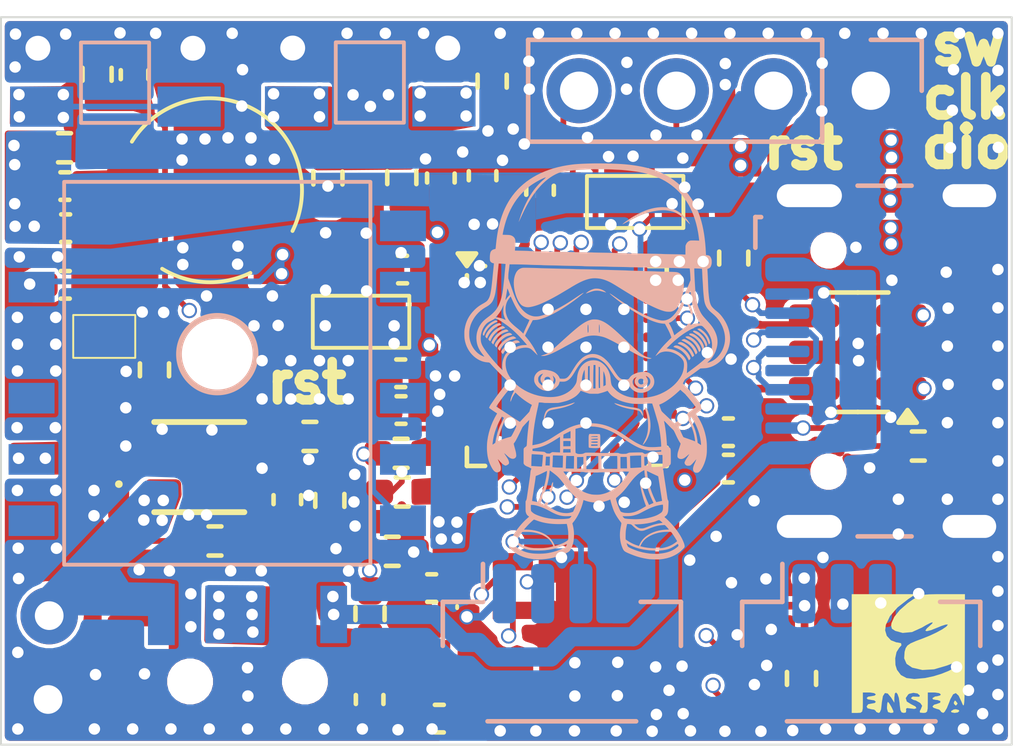
<source format=kicad_pcb>
(kicad_pcb (version 20240108) (generator "pcbnew") (generator_version "8.0")
  (layers (0 "F.Cu" signal) (1 "In1.Cu" signal) (2 "In2.Cu" signal) (31 "B.Cu" signal) (34 "B.Paste" user) (35 "F.Paste" user) (36 "B.SilkS" user "B.Silkscreen") (37 "F.SilkS" user "F.Silkscreen") (38 "B.Mask" user) (39 "F.Mask" user) (44 "Edge.Cuts" user))
  (net 0 "")
  (net 1 "Net-(C1-Pad2)")
  (net 2 "+3.3V")
  (net 3 "Net-(U1-NRST)")
  (net 4 "GNDGPS")
  (net 5 "Net-(BT1-+)")
  (net 6 "Net-(D1-K)")
  (net 7 "Net-(D1-A)")
  (net 8 "COMPASSCL")
  (net 9 "COMPASSDA")
  (net 10 "Net-(J1-CC2)")
  (net 11 "Net-(J1-CC1)")
  (net 12 "OLED_SCL")
  (net 13 "OLED_SDA")
  (net 16 "Net-(PA1010D1-TX)")
  (net 19 "Net-(PA1010D1-RX)")
  (net 21 "ALIMGPS")
  (net 22 "Net-(U2-PROG)")
  (net 23 "GPSRX")
  (net 24 "GPSTX")
  (net 25 "B2")
  (net 26 "B1")
  (net 27 "vusb")
  (net 28 "SWDIO")
  (net 29 "SWO")
  (net 30 "SWCLK")
  (net 31 "D+")
  (net 32 "OSC32_OUT")
  (net 33 "D-")
  (net 35 "SPI_CS")
  (net 36 "SPI_MISO")
  (net 37 "USART_RX")
  (net 38 "OSC32_IN")
  (net 39 "vbat")
  (net 40 "Net-(U1-PA4)")
  (net 41 "GND")
  (net 42 "BAT+")
  (net 43 "SPI_SCK")
  (net 47 "Net-(R10-Pad1)")
  (net 48 "Net-(R11-Pad1)")
  (net 49 "Net-(J1-D--PadA7)")
  (net 50 "Net-(J1-D+-PadA6)")
  (net 51 "Net-(U1-PH3)")
  (net 52 "SPI_MOSi")
  (net 53 "USART_TX")
  (footprint "LDLN025PU33R:LDLN025PU33R" (layer "F.Cu") (at 192.075 80.535 -90)
    (property "Reference" "U3" (hide yes))
    (property "Value" "LDLN022PU33R" (hide yes))
  )
  (footprint "Capacitor_SMD:C_0402_1005Metric_Pad0.74x0.62mm_HandSolder" (layer "F.Cu") (at 190.98 82.87 -90)
    (property "Reference" "C14" (hide yes))
    (property "Value" "1u" (hide yes))
  )
  (footprint "Resistor_SMD:R_0402_1005Metric_Pad0.72x0.64mm_HandSolder" (layer "F.Cu") (at 189.42 76 180)
    (property "Reference" "R1" (hide yes))
    (property "Value" "20k" (hide yes))
  )
  (footprint "Package_DFN_QFN:QFN-32-1EP_5x5mm_P0.5mm_EP3.45x3.45mm" (layer "F.Cu") (at 196.13 74.16)
    (property "Reference" "U1" (hide yes))
    (property "Value" "STM32L432KCUx" (hide yes))
  )
  (footprint "TestPoint:TestPoint_THTPad_D1.0mm_Drill0.5mm" (layer "F.Cu") (at 182.61 80.68)
    (property "Reference" "TP5" (hide yes))
    (property "Value" "bat+" (hide yes))
  )
  (footprint "Capacitor_SMD:C_0402_1005Metric_Pad0.74x0.62mm_HandSolder" (layer "F.Cu") (at 200.35 75.89 180)
    (property "Reference" "C3" (hide yes))
    (property "Value" "100n" (hide yes))
  )
  (footprint "Capacitor_SMD:C_0402_1005Metric_Pad0.74x0.62mm_HandSolder" (layer "F.Cu") (at 192.8 83.37 180)
    (property "Reference" "C13" (hide yes))
    (property "Value" "100n" (hide yes))
  )
  (footprint "Resistor_SMD:R_0402_1005Metric_Pad0.72x0.64mm_HandSolder" (layer "F.Cu") (at 205.31 76.25)
    (property "Reference" "R4" (hide yes))
    (property "Value" "5.1k" (hide yes))
  )
  (footprint "Resistor_SMD:R_0402_1005Metric_Pad0.72x0.64mm_HandSolder" (layer "F.Cu") (at 194.18 66.72 90)
    (property "Reference" "R15" (hide yes))
    (property "Value" "10k" (hide yes))
  )
  (footprint "Resistor_SMD:R_0402_1005Metric_Pad0.72x0.64mm_HandSolder" (layer "F.Cu") (at 191.8325 77.45 180)
    (property "Reference" "R7" (hide yes))
    (property "Value" "470R" (hide yes))
  )
  (footprint "Capacitor_SMD:C_0402_1005Metric_Pad0.74x0.62mm_HandSolder" (layer "F.Cu") (at 192.6 79.96 180)
    (property "Reference" "C15" (hide yes))
    (property "Value" "1u" (hide yes))
  )
  (footprint "Package_TO_SOT_SMD:SOT-23-6" (layer "F.Cu") (at 203.73 73.8 180)
    (property "Reference" "U4" (hide yes))
    (property "Value" "USBLC6-2SC6" (hide yes))
  )
  (footprint "Resistor_SMD:R_0402_1005Metric_Pad0.72x0.64mm_HandSolder" (layer "F.Cu") (at 202.26 82.32 90)
    (property "Reference" "R8" (hide yes))
    (property "Value" "10k" (hide yes))
  )
  (footprint "Resistor_SMD:R_0402_1005Metric_Pad0.72x0.64mm_HandSolder" (layer "F.Cu") (at 191.57 79)
    (property "Reference" "R9" (hide yes))
    (property "Value" "50k" (hide yes))
  )
  (footprint "LED_SMD:LED_0201_0603Metric_Pad0.64x0.40mm_HandSolder" (layer "F.Cu") (at 184.43 78.28 -90)
    (property "Reference" "D1" (hide yes))
    (property "Value" "~" (hide yes))
  )
  (footprint "Capacitor_SMD:C_0402_1005Metric_Pad0.74x0.62mm_HandSolder" (layer "F.Cu") (at 188.83 77.65 90)
    (property "Reference" "C1" (hide yes))
    (property "Value" "1u" (hide yes))
  )
  (footprint "Resistor_SMD:R_0402_1005Metric_Pad0.72x0.64mm_HandSolder" (layer "F.Cu") (at 191.8025 76.44)
    (property "Reference" "R6" (hide yes))
    (property "Value" "470R" (hide yes))
  )
  (footprint "Capacitor_SMD:C_0402_1005Metric_Pad0.74x0.62mm_HandSolder" (layer "F.Cu") (at 192.84 69.25 90)
    (property "Reference" "C16" (hide yes))
    (property "Value" "10n" (hide yes))
  )
  (footprint "Resistor_SMD:R_0402_1005Metric_Pad0.72x0.64mm_HandSolder" (layer "F.Cu") (at 190.99 80.63 90)
    (property "Reference" "R16" (hide yes))
    (property "Value" "50k" (hide yes))
  )
  (footprint "KXT3:SW_KXT3" (layer "F.Cu") (at 196.015 70.605)
    (property "Reference" "SW7" (hide yes))
    (property "Value" "boot")
  )
  (footprint "Capacitor_SMD:C_0402_1005Metric_Pad0.74x0.62mm_HandSolder" (layer "F.Cu") (at 183.04 70.56)
    (property "Reference" "C9" (hide yes))
    (property "Value" "0.1u" (hide yes))
  )
  (footprint "Capacitor_SMD:C_0402_1005Metric_Pad0.74x0.62mm_HandSolder" (layer "F.Cu") (at 183.03 72.04)
    (property "Reference" "C10" (hide yes))
    (property "Value" "1u" (hide yes))
  )
  (footprint "Resistor_SMD:R_0402_1005Metric_Pad0.72x0.64mm_HandSolder" (layer "F.Cu") (at 200.49 71.34 90)
    (property "Reference" "R5" (hide yes))
    (property "Value" "5.1k" (hide yes))
  )
  (footprint "logo:logo ensea" (layer "F.Cu") (at 205.074236 81.621527)
    (property "Reference" "G***" (hide yes))
    (property "Value" "LOGO" (hide yes))
  )
  (footprint "LTC4065:DFN-6_DC_LIT" (layer "F.Cu") (at 186.53 76.8)
    (property "Reference" "U2" (hide yes))
    (property "Value" "LTC4065AEDC" (hide yes))
  )
  (footprint "Resistor_SMD:R_0402_1005Metric_Pad0.72x0.64mm_HandSolder" (layer "F.Cu") (at 183.01 68.46)
    (property "Reference" "R13" (hide yes))
    (property "Value" "10k" (hide yes))
  )
  (footprint "Resistor_SMD:R_0402_1005Metric_Pad0.72x0.64mm_HandSolder" (layer "F.Cu") (at 183.86 66.54 -90)
    (property "Reference" "R10" (hide yes))
    (property "Value" "10k" (hide yes))
  )
  (footprint "Resistor_SMD:R_0402_1005Metric_Pad0.72x0.64mm_HandSolder" (layer "F.Cu") (at 189.94 77.67 -90)
    (property "Reference" "R2" (hide yes))
    (property "Value" "1R" (hide yes))
  )
  (footprint "TestPoint:TestPoint_THTPad_D1.0mm_Drill0.5mm" (layer "F.Cu") (at 182.58 82.87)
    (property "Reference" "TP1" (hide yes))
    (property "Value" "bat-" (hide yes))
  )
  (footprint "Resistor_SMD:R_0402_1005Metric_Pad0.72x0.64mm_HandSolder" (layer "F.Cu") (at 186.94 78.73 180)
    (property "Reference" "R3" (hide yes))
    (property "Value" "510R" (hide yes))
  )
  (footprint "winbond:SON127P600X500X80-9N-D" (layer "F.Cu") (at 197.57 81.1775 180)
    (property "Reference" "IC1" (hide yes))
    (property "Value" "W25Q128JVPIQ_TR" (hide yes))
  )
  (footprint "MS414:MS421R-IV03E" (layer "F.Cu") (at 184.41 68.47 -90)
    (property "Reference" "BT1" (hide yes))
    (property "Value" "ML414S" (hide yes))
  )
  (footprint "Resistor_SMD:R_0402_1005Metric_Pad0.72x0.64mm_HandSolder" (layer "F.Cu") (at 191.82 69.24 -90)
    (property "Reference" "R11" (hide yes))
    (property "Value" "10k" (hide yes))
  )
  (footprint "Capacitor_SMD:C_0402_1005Metric_Pad0.74x0.62mm_HandSolder" (layer "F.Cu") (at 200.35 76.84 180)
    (property "Reference" "C4" (hide yes))
    (property "Value" "4.7u" (hide yes))
  )
  (footprint "Resistor_SMD:R_0402_1005Metric_Pad0.72x0.64mm_HandSolder" (layer "F.Cu") (at 185.36 74.26 -90)
    (property "Reference" "R14" (hide yes))
    (property "Value" "470k" (hide yes))
  )
  (footprint "Resistor_SMD:R_0402_1005Metric_Pad0.72x0.64mm_HandSolder" (layer "F.Cu") (at 189.89 69.25 90)
    (property "Reference" "R12" (hide yes))
    (property "Value" "10k" (hide yes))
  )
  (footprint "Capacitor_SMD:C_0402_1005Metric_Pad0.74x0.62mm_HandSolder" (layer "F.Cu") (at 191.7925 74.35)
    (property "Reference" "C2" (hide yes))
    (property "Value" "10n" (hide yes))
  )
  (footprint "Capacitor_SMD:C_0402_1005Metric_Pad0.74x0.62mm_HandSolder" (layer "F.Cu") (at 184.84 66.55 90)
    (property "Reference" "C17" (hide yes))
    (property "Value" "10n" (hide yes))
  )
  (footprint "Capacitor_SMD:C_0402_1005Metric_Pad0.74x0.62mm_HandSolder" (layer "F.Cu") (at 193.93 69.19 -90)
    (property "Reference" "C6" (hide yes))
    (property "Value" "100n" (hide yes))
  )
  (footprint "2N7002KQB:2N7002KQB" (layer "F.Cu") (at 184.7975 73.8875 90)
    (property "Reference" "Q1" (hide yes))
    (property "Value" "2N7002K" (hide yes))
  )
  (footprint "Capacitor_SMD:C_0402_1005Metric_Pad0.74x0.62mm_HandSolder" (layer "F.Cu") (at 191.8 75.31)
    (property "Reference" "C5" (hide yes))
    (property "Value" "1u" (hide yes))
  )
  (footprint "Capacitor_SMD:C_0402_1005Metric_Pad0.74x0.62mm_HandSolder" (layer "F.Cu") (at 191.84 71.64)
    (property "Reference" "C7" (hide yes))
    (property "Value" "0.1u" (hide yes))
  )
  (footprint "KXT3:SW_KXT3" (layer "F.Cu") (at 188.855 73.735)
    (property "Reference" "SW5" (hide yes))
    (property "Value" "RSTBTN")
  )
  (footprint "Capacitor_SMD:C_0402_1005Metric_Pad0.74x0.62mm_HandSolder" (layer "F.Cu") (at 183.02 69.46)
    (property "Reference" "C8" (hide yes))
    (property "Value" "1u" (hide yes))
  )
  (footprint "Capacitor_SMD:C_0402_1005Metric_Pad0.74x0.62mm_HandSolder" (layer "F.Cu") (at 195.43 69.57 -90)
    (property "Reference" "C18" (hide yes))
    (property "Value" "10n" (hide yes))
  )
  (footprint "Connector_PinSocket_2.54mm:PinSocket_1x04_P2.54mm_Vertical" (layer "B.Cu") (at 204.07 66.97 90)
    (property "Reference" "J2" (hide yes))
    (property "Value" "OLED" (hide yes))
  )
  (footprint "PTS840:SW_PTS840" (layer "B.Cu") (at 188.245 65.405)
    (property "Reference" "SW1" (hide yes))
    (property "Value" "Boutton 1" (hide yes))
  )
  (footprint "PA1010D:PA1010D" (layer "B.Cu") (at 192 79.35 180)
    (property "Reference" "PA1010D1" (hide yes))
    (property "Value" "PA1010D" (hide yes))
  )
  (footprint "PCM:SW_PCM" (layer "B.Cu") (at 191.94 83.765 180)
    (property "Reference" "SW6" (hide yes))
    (property "Value" "Int" (hide yes))
  )
  (footprint "PTS840:SW_PTS840" (layer "B.Cu") (at 181.59 65.41)
    (property "Reference" "SW2" (hide yes))
    (property "Value" "Boutton 2" (hide yes))
  )
  (footprint "logopcb:trooperv2" (layer "B.Cu") (at 200.956845 73.704293 180)
    (property "Reference" "G***" (hide yes))
    (property "Value" "LOGO" (hide yes))
  )
  (footprint "vraieusbwurth:USBC-WURTH" (layer "B.Cu") (at 205.57 74.03 -90)
    (property "Reference" "J1" (hide yes))
    (property "Value" "USB_C_Receptacle_USB2.0_14P" (hide yes))
  )
  (footprint "Connector_JST:JST_SH_BM04B-SRSS-TB_1x04-1MP_P1.00mm_Vertical" (layer "B.Cu") (at 196 81.43)
    (property "Reference" "J4" (hide yes))
    (property "Value" "usart")
  )
  (footprint "Connector_JST:JST_SH_BM04B-SRSS-TB_1x04-1MP_P1.00mm_Vertical" (layer "B.Cu") (at 203.82 81.43)
    (property "Reference" "J3" (hide yes))
    (property "Value" "i2c")
  )
  (gr_rect (start 181.35 65.05) (end 207.75 84.05) (stroke (width 0.05)) (fill none) (layer "Edge.Cuts"))
  (gr_text "+" (at 183.73 81.58 0) (layer "F.Cu") (effects (font (size 1.5 1.5) (thickness 0.3) (bold yes)) (justify left bottom)))
  (gr_text "-" (at 183.69 83.78 0) (layer "F.Cu") (effects (font (size 1.5 1.5) (thickness 0.3) (bold yes)) (justify left bottom)))
  (gr_text "sw" (at 205.52 66.35 0) (layer "F.SilkS") (effects (font (size 1 1) (thickness 0.25) (bold yes)) (justify left bottom)))
  (gr_text "rst" (at 188.17 75.18 0) (layer "F.SilkS") (effects (font (size 1 1) (thickness 0.25) (bold yes)) (justify left bottom)))
  (gr_text "dio" (at 205.26 69.03 0) (layer "F.SilkS") (effects (font (size 1 1) (thickness 0.25) (bold yes)) (justify left bottom)))
  (gr_text "rst" (at 201.14 69.06 0) (layer "F.SilkS") (effects (font (size 1 1) (thickness 0.25) (bold yes)) (justify left bottom)))
  (gr_text "clk\n" (at 205.29 67.74 0) (layer "F.SilkS") (effects (font (size 1 1) (thickness 0.25) (bold yes)) (justify left bottom)))
  (segment (start 189.94 77.0725) (end 188.84 77.0725) (width 0.15) (layer "F.Cu") (net 1))
  (segment (start 188.84 77.0725) (end 188.83 77.0825) (width 0.15) (layer "F.Cu") (net 1))
  (segment (start 202.34 81.6425) (end 202.26 81.7225) (width 0.2) (layer "F.Cu") (net 2))
  (segment (start 202.34 80.42) (end 200.5425 80.42) (width 0.2) (layer "F.Cu") (net 2))
  (segment (start 202.34 80.42) (end 202.34 81.6425) (width 0.2) (layer "F.Cu") (net 2))
  (segment (start 200.5425 80.42) (end 200.42 80.5425) (width 0.2) (layer "F.Cu") (net 2))
  (segment (start 189.89 69.46) (end 189.89 69.8475) (width 0.2) (layer "F.Cu") (net 2))
  (via (at 193.85 71.54) (size 0.4) (drill 0.3) (layers "F.Cu" "B.Cu") (net 2))
  (via (at 193.87 71.98) (size 0.4) (drill 0.3) (layers "F.Cu" "B.Cu") (net 2))
  (via (at 202.34 80.42) (size 0.4) (drill 0.3) (layers "F.Cu" "B.Cu") (net 2))
  (via (at 199.56 69.93) (size 0.4) (drill 0.3) (layers "F.Cu" "B.Cu") (net 2))
  (via (at 193.2 74.42) (size 0.4) (drill 0.3) (layers "F.Cu" "B.Cu") (net 2))
  (via (at 199.21 77.14) (size 0.4) (drill 0.3) (layers "F.Cu" "B.Cu") (net 2))
  (via (at 181.69 68.4) (size 0.4) (drill 0.3) (layers "F.Cu" "B.Cu") (net 2))
  (via (at 202.33 79.7) (size 0.4) (drill 0.3) (layers "F.Cu" "B.Cu") (net 2))
  (via (at 192.79 78.23) (size 0.4) (drill 0.3) (layers "F.Cu" "B.Cu") (net 2))
  (via (at 198.88 69.92) (size 0.4) (drill 0.3) (layers "F.Cu" "B.Cu") (net 2))
  (via (at 189.89 69.46) (size 0.4) (drill 0.3) (layers "F.Cu" "B.Cu") (net 2))
  (via (at 192.7 74.42) (size 0.4) (drill 0.3) (layers "F.Cu" "B.Cu") (net 2))
  (via (at 199.21 69.49) (size 0.4) (drill 0.3) (layers "F.Cu" "B.Cu") (net 2))
  (via (at 182.22 70.51) (size 0.4) (drill 0.3) (layers "F.Cu" "B.Cu") (net 2))
  (via (at 181.72 70.51) (size 0.4) (drill 0.3) (layers "F.Cu" "B.Cu") (net 2))
  (via (at 192.81 74.9) (size 0.4) (drill 0.3) (layers "F.Cu" "B.Cu") (net 2))
  (via (at 192.85 78.68) (size 0.4) (drill 0.3) (layers "F.Cu" "B.Cu") (net 2))
  (via (at 193.265953 78.660289) (size 0.4) (drill 0.3) (layers "F.Cu" "B.Cu") (net 2))
  (via (at 181.71 69.92) (size 0.4) (drill 0.3) (layers "F.Cu" "B.Cu") (net 2))
  (via (at 181.71 68.9) (size 0.4) (drill 0.3) (layers "F.Cu" "B.Cu") (net 2))
  (via (at 193.52 80.71) (size 0.4) (drill 0.3) (layers "F.Cu" "B.Cu") (net 2))
  (via (at 193.45 71.98) (size 0.4) (drill 0.3) (layers "F.Cu" "B.Cu") (net 2))
  (via (at 194.19 70.45) (size 0.4) (drill 0.3) (layers "F.Cu" "B.Cu") (net 2))
  (via (at 192.76 75.34) (size 0.4) (drill 0.3) (layers "F.Cu" "B.Cu") (net 2))
  (via (at 193.26 78.24) (size 0.4) (drill 0.3) (layers "F.Cu" "B.Cu") (net 2))
  (via (at 193.71 70.46) (size 0.4) (drill 0.3) (layers "F.Cu" "B.Cu") (net 2))
  (segment (start 193.52 80.71) (end 193.895 80.71) (width 0.2) (layer "B.Cu") (net 2))
  (segment (start 193.895 80.71) (end 194.5 80.105) (width 0.2) (layer "B.Cu") (net 2))
  (segment (start 192.53 73.61) (end 192.38 73.46) (width 0.15) (layer "F.Cu") (net 3))
  (segment (start 192.38 72.985) (end 192.38 73.51) (width 0.15) (layer "F.Cu") (net 3))
  (segment (start 192.54 73.61) (end 192.53 73.61) (width 0.15) (layer "F.Cu") (net 3))
  (segment (start 192.38 73.46) (end 192.38 72.985) (width 0.15) (layer "F.Cu") (net 3))
  (segment (start 192.83 73.91) (end 193.6925 73.91) (width 0.15) (layer "F.Cu") (net 3))
  (segment (start 192.54 73.62) (end 192.83 73.91) (width 0.15) (layer "F.Cu") (net 3))
  (segment (start 192.54 73.61) (end 192.54 73.62) (width 0.15) (layer "F.Cu") (net 3))
  (via (at 200.67 68.920001) (size 0.4) (drill 0.3) (layers "F.Cu" "B.Cu") (net 3))
  (via (at 200.67 68.419998) (size 0.4) (drill 0.3) (layers "F.Cu" "B.Cu") (net 3))
  (via (at 192.54 73.61) (size 0.4) (drill 0.3) (layers "F.Cu" "B.Cu") (net 3))
  (via (at 182.51 76.57) (size 0.4) (drill 0.3) (layers "F.Cu" "B.Cu") (net 4))
  (via (at 181.81 76.57) (size 0.4) (drill 0.3) (layers "F.Cu" "B.Cu") (net 4))
  (segment (start 182.12 72.04) (end 182.1 72.02) (width 0.15) (layer "F.Cu") (net 5))
  (segment (start 182.4625 72.04) (end 182.12 72.04) (width 0.15) (layer "F.Cu") (net 5))
  (via (at 182.1 72.02) (size 0.4) (drill 0.3) (layers "F.Cu" "B.Cu") (net 5))
  (via (at 188.70628 71.250688) (size 0.4) (drill 0.3) (layers "F.Cu" "B.Cu") (net 5))
  (via (at 188.68 71.75) (size 0.4) (drill 0.3) (layers "F.Cu" "B.Cu") (net 5))
  (segment (start 182.52 72.1) (end 182.21 72.03) (width 0.15) (layer "B.Cu") (net 5))
  (segment (start 182.21 72.03) (end 182.1 72.02) (width 0.15) (layer "B.Cu") (net 5))
  (segment (start 182.67 71.95) (end 182.59 72.03) (width 0.15) (layer "B.Cu") (net 5))
  (segment (start 188.68 71.75) (end 188.68 71.39) (width 0.15) (layer "B.Cu") (net 5))
  (segment (start 188.7 71.37) (end 188.12 71.95) (width 0.15) (layer "B.Cu") (net 5))
  (segment (start 182.59 72.03) (end 182.52 72.1) (width 0.15) (layer "B.Cu") (net 5))
  (segment (start 188.68 71.276968) (end 188.68 71.75) (width 0.15) (layer "B.Cu") (net 5))
  (segment (start 188.68 71.39) (end 188.7 71.37) (width 0.15) (layer "B.Cu") (net 5))
  (segment (start 188.70628 71.250688) (end 188.70628 71.36372) (width 0.15) (layer "B.Cu") (net 5))
  (segment (start 188.70628 71.250688) (end 188.68 71.276968) (width 0.15) (layer "B.Cu") (net 5))
  (segment (start 188.70628 71.36372) (end 188.7 71.37) (width 0.15) (layer "B.Cu") (net 5))
  (segment (start 188.12 71.95) (end 182.67 71.95) (width 0.15) (layer "B.Cu") (net 5))
  (segment (start 182.1 72.02) (end 182.15 72.1) (width 0.15) (layer "B.Cu") (net 5))
  (segment (start 184.4725 78.73) (end 184.43 78.6875) (width 0.15) (layer "F.Cu") (net 7))
  (segment (start 186.3425 78.73) (end 184.4725 78.73) (width 0.15) (layer "F.Cu") (net 7))
  (segment (start 199.34 75.2) (end 199.05 74.91) (width 0.15) (layer "F.Cu") (net 8))
  (segment (start 199.779999 75.2) (end 199.34 75.2) (width 0.15) (layer "F.Cu") (net 8))
  (segment (start 199.05 74.91) (end 198.5675 74.91) (width 0.15) (layer "F.Cu") (net 8))
  (via (at 199.779999 75.2) (size 0.4) (drill 0.3) (layers "F.Cu" "B.Cu") (net 8))
  (via (at 203.34 80.38) (size 0.4) (drill 0.3) (layers "F.Cu" "B.Cu") (net 8))
  (segment (start 199.4925 74.7375) (end 199.165 74.41) (width 0.15) (layer "F.Cu") (net 9))
  (segment (start 199.165 74.41) (end 198.5675 74.41) (width 0.15) (layer "F.Cu") (net 9))
  (via (at 199.4925 74.7375) (size 0.4) (drill 0.3) (layers "F.Cu" "B.Cu") (net 9))
  (via (at 204.33 80.35) (size 0.4) (drill 0.3) (layers "F.Cu" "B.Cu") (net 9))
  (segment (start 203.1375 75.78) (end 202.3 75.78) (width 0.15) (layer "F.Cu") (net 10))
  (segment (start 204.7125 76.25) (end 203.6075 76.25) (width 0.15) (layer "F.Cu") (net 10))
  (segment (start 203.6075 76.25) (end 203.1375 75.78) (width 0.15) (layer "F.Cu") (net 10))
  (via (at 202.3 75.78) (size 0.4) (drill 0.3) (layers "F.Cu" "B.Cu") (net 10))
  (segment (start 200.49 71.9375) (end 200.49 72.07) (width 0.15) (layer "F.Cu") (net 11))
  (segment (start 200.49 72.07) (end 200.98 72.56) (width 0.15) (layer "F.Cu") (net 11))
  (via (at 200.98 72.56) (size 0.4) (drill 0.3) (layers "F.Cu" "B.Cu") (net 11))
  (segment (start 201.89 72.78) (end 201.2 72.78) (width 0.15) (layer "B.Cu") (net 11))
  (segment (start 201.2 72.78) (end 200.98 72.56) (width 0.15) (layer "B.Cu") (net 11))
  (segment (start 198.99 68.26) (end 198.99 66.97) (width 0.15) (layer "F.Cu") (net 12))
  (segment (start 198.03 70.58) (end 198.35 70.26) (width 0.15) (layer "F.Cu") (net 12))
  (segment (start 198.35 70.26) (end 198.35 68.9) (width 0.15) (layer "F.Cu") (net 12))
  (segment (start 196.38 77.15) (end 196.38 76.5975) (width 0.15) (layer "F.Cu") (net 12))
  (segment (start 198.35 68.9) (end 198.99 68.26) (width 0.15) (layer "F.Cu") (net 12))
  (via (at 196.38 77.15) (size 0.4) (drill 0.3) (layers "F.Cu" "B.Cu") (net 12))
  (via (at 198.03 70.58) (size 0.4) (drill 0.3) (layers "F.Cu" "B.Cu") (net 12))
  (segment (start 198.055 70.605) (end 198.055 75.475) (width 0.15) (layer "B.Cu") (net 12))
  (segment (start 198.055 75.475) (end 196.38 77.15) (width 0.15) (layer "B.Cu") (net 12))
  (segment (start 198.03 70.58) (end 198.055 70.605) (width 0.15) (layer "B.Cu") (net 12))
  (segment (start 196.88 69.04) (end 196.73 68.89) (width 0.15) (layer "F.Cu") (net 13))
  (segment (start 196.04 68.236446) (end 196.04 67.38) (width 0.15) (layer "F.Cu") (net 13))
  (segment (start 196.04 67.38) (end 196.45 66.97) (width 0.15) (layer "F.Cu") (net 13))
  (segment (start 196.693554 68.89) (end 196.04 68.236446) (width 0.15) (layer "F.Cu") (net 13))
  (segment (start 196.73 68.89) (end 196.693554 68.89) (width 0.15) (layer "F.Cu") (net 13))
  (segment (start 196.88 71.7225) (end 196.88 69.04) (width 0.15) (layer "F.Cu") (net 13))
  (segment (start 191.82 77.18) (end 191.55 77.45) (width 0.15) (layer "F.Cu") (net 16))
  (segment (start 191.55 77.45) (end 191.235 77.45) (width 0.15) (layer "F.Cu") (net 16))
  (segment (start 191.82 76.92) (end 191.82 77.18) (width 0.15) (layer "F.Cu") (net 16))
  (via (at 191.82 76.92) (size 0.4) (drill 0.3) (layers "F.Cu" "B.Cu") (net 16))
  (via (at 190.83 76.46) (size 0.4) (drill 0.3) (layers "F.Cu" "B.Cu") (net 19))
  (segment (start 191.07 77.42) (end 191.85 78.2) (width 0.15) (layer "B.Cu") (net 19))
  (segment (start 191.54 78.2) (end 191.34 78.2) (width 0.15) (layer "B.Cu") (net 19))
  (segment (start 191.07 76.7) (end 191.07 77.42) (width 0.15) (layer "B.Cu") (net 19))
  (segment (start 190.83 76.46) (end 191.07 76.7) (width 0.15) (layer "B.Cu") (net 19))
  (segment (start 190.574014 75.49) (end 187.1875 75.49) (width 0.15) (layer "F.Cu") (net 21))
  (segment (start 193.6925 75.41) (end 193.417392 75.41) (width 0.15) (layer "F.Cu") (net 21))
  (segment (start 185.31 73.7125) (end 185.36 73.6625) (width 0.15) (layer "F.Cu") (net 21))
  (segment (start 193.417392 75.41) (end 193.032392 75.795) (width 0.15) (layer "F.Cu") (net 21))
  (segment (start 184.5475 73.7125) (end 185.31 73.7125) (width 0.15) (layer "F.Cu") (net 21))
  (segment (start 190.879014 75.795) (end 190.574014 75.49) (width 0.15) (layer "F.Cu") (net 21))
  (segment (start 193.032392 75.795) (end 190.879014 75.795) (width 0.15) (layer "F.Cu") (net 21))
  (segment (start 187.1875 75.49) (end 185.36 73.6625) (width 0.15) (layer "F.Cu") (net 21))
  (segment (start 185.635 72.075) (end 185.635 67.9125) (width 0.15) (layer "F.Cu") (net 25))
  (segment (start 185.635 67.9125) (end 184.84 67.1175) (width 0.15) (layer "F.Cu") (net 25))
  (segment (start 186.27 72.71) (end 185.635 72.075) (width 0.15) (layer "F.Cu") (net 25))
  (via (at 197.38 77.14) (size 0.4) (drill 0.3) (layers "F.Cu" "B.Cu") (net 25))
  (via (at 186.27 72.71) (size 0.4) (drill 0.3) (layers "F.Cu" "B.Cu") (net 25))
  (via (at 199.161278 75.529673) (size 0.4) (drill 0.3) (layers "F.Cu" "B.Cu") (net 26))
  (via (at 192.75 70.67) (size 0.4) (drill 0.3) (layers "F.Cu" "B.Cu") (net 26))
  (via (at 190.04 80.65) (size 0.4) (drill 0.3) (layers "F.Cu" "B.Cu") (net 27))
  (via (at 190.02 80.18) (size 0.4) (drill 0.3) (layers "F.Cu" "B.Cu") (net 27))
  (via (at 203.74 73.57) (size 0.4) (drill 0.3) (layers "F.Cu" "B.Cu") (net 27))
  (via (at 203.75 74.02) (size 0.4) (drill 0.3) (layers "F.Cu" "B.Cu") (net 27))
  (segment (start 196.242182 81.23) (end 197.861262 81.23) (width 0.5) (layer "B.Cu") (net 27))
  (segment (start 190.04 80.65) (end 192.682182 80.65) (width 0.5) (layer "B.Cu") (net 27))
  (segment (start 193.412182 81.38) (end 193.82 81.38) (width 0.5) (layer "B.Cu") (net 27))
  (segment (start 197.861262 81.23) (end 198.79 80.301262) (width 0.5) (layer "B.Cu") (net 27))
  (segment (start 201.362182 76.43) (end 201.89 76.43) (width 0.5) (layer "B.Cu") (net 27))
  (segment (start 198.79 79.002182) (end 201.362182 76.43) (width 0.5) (layer "B.Cu") (net 27))
  (segment (start 192.682182 80.65) (end 193.412182 81.38) (width 0.5) (layer "B.Cu") (net 27))
  (segment (start 193.82 81.38) (end 194.2 81.76) (width 0.5) (layer "B.Cu") (net 27))
  (segment (start 198.79 80.301262) (end 198.79 79.002182) (width 0.5) (layer "B.Cu") (net 27))
  (segment (start 194.2 81.76) (end 195.712182 81.76) (width 0.5) (layer "B.Cu") (net 27))
  (segment (start 195.712182 81.76) (end 196.242182 81.23) (width 0.5) (layer "B.Cu") (net 27))
  (segment (start 198.5675 72.91) (end 199.28 72.91) (width 0.15) (layer "F.Cu") (net 28))
  (via (at 199.28 72.91) (size 0.4) (drill 0.3) (layers "F.Cu" "B.Cu") (net 28))
  (via (at 204.6 70.97) (size 0.4) (drill 0.3) (layers "F.Cu" "B.Cu") (net 28))
  (via (at 204.59 70.55) (size 0.4) (drill 0.3) (layers "F.Cu" "B.Cu") (net 28))
  (segment (start 197.51 71.01) (end 197.38 71.14) (width 0.15) (layer "F.Cu") (net 29))
  (segment (start 197.38 71.14) (end 197.38 71.7225) (width 0.15) (layer "F.Cu") (net 29))
  (segment (start 197.51 70.97) (end 197.51 71.01) (width 0.15) (layer "F.Cu") (net 29))
  (via (at 204.61 68.71) (size 0.4) (drill 0.3) (layers "F.Cu" "B.Cu") (net 29))
  (via (at 197.51 70.97) (size 0.4) (drill 0.3) (layers "F.Cu" "B.Cu") (net 29))
  (via (at 204.6 68.26) (size 0.4) (drill 0.3) (layers "F.Cu" "B.Cu") (net 29))
  (segment (start 198.5675 72.41) (end 199.27 72.41) (width 0.15) (layer "F.Cu") (net 30))
  (via (at 204.58 69.83) (size 0.4) (drill 0.3) (layers "F.Cu" "B.Cu") (net 30))
  (via (at 204.59 69.4) (size 0.4) (drill 0.3) (layers "F.Cu" "B.Cu") (net 30))
  (via (at 199.27 72.41) (size 0.4) (drill 0.3) (layers "F.Cu" "B.Cu") (net 30))
  (segment (start 201.185686 73.09) (end 202.3525 73.09) (width 0.2) (layer "F.Cu") (net 31))
  (segment (start 198.5675 73.41) (end 200.52 73.41) (width 0.2) (layer "F.Cu") (net 31))
  (segment (start 200.52 73.41) (end 200.61 73.32) (width 0.2) (layer "F.Cu") (net 31))
  (segment (start 200.844314 73.08) (end 201.175686 73.08) (width 0.2) (layer "F.Cu") (net 31))
  (segment (start 200.61 73.314314) (end 200.844314 73.08) (width 0.2) (layer "F.Cu") (net 31))
  (segment (start 200.61 73.32) (end 200.61 73.314314) (width 0.2) (layer "F.Cu") (net 31))
  (segment (start 201.175686 73.08) (end 201.185686 73.09) (width 0.2) (layer "F.Cu") (net 31))
  (segment (start 202.3525 73.09) (end 202.5925 72.85) (width 0.2) (layer "F.Cu") (net 31))
  (segment (start 199.230686 73.91) (end 198.5675 73.91) (width 0.2) (layer "F.Cu") (net 33))
  (segment (start 200.070686 74.75) (end 199.230686 73.91) (width 0.2) (layer "F.Cu") (net 33))
  (segment (start 202.5925 74.75) (end 200.070686 74.75) (width 0.2) (layer "F.Cu") (net 33))
  (segment (start 196.196952 77.525) (end 196.535331 77.525) (width 0.15) (layer "F.Cu") (net 35))
  (segment (start 199.95 82.6125) (end 200.42 83.0825) (width 0.15) (layer "F.Cu") (net 35))
  (segment (start 196.135697 77.586255) (end 196.196952 77.525) (width 0.15) (layer "F.Cu") (net 35))
  (segment (start 196.535331 77.525) (end 196.88 77.180331) (width 0.15) (layer "F.Cu") (net 35))
  (segment (start 196.88 77.180331) (end 196.88 76.5975) (width 0.15) (layer "F.Cu") (net 35))
  (segment (start 202.095 83.0825) (end 202.26 82.9175) (width 0.15) (layer "F.Cu") (net 35))
  (segment (start 199.95 82.5) (end 199.95 82.6125) (width 0.15) (layer "F.Cu") (net 35))
  (segment (start 200.42 83.0825) (end 202.095 83.0825) (width 0.15) (layer "F.Cu") (net 35))
  (via (at 199.95 82.5) (size 0.4) (drill 0.3) (layers "F.Cu" "B.Cu") (net 35))
  (via (at 196.135697 77.586255) (size 0.4) (drill 0.3) (layers "F.Cu" "B.Cu") (net 35))
  (segment (start 195.824997 77.145) (end 195.88 77.089997) (width 0.15) (layer "F.Cu") (net 36))
  (segment (start 195.635746 77.579078) (end 195.575 77.518332) (width 0.15) (layer "F.Cu") (net 36))
  (segment (start 195.575 77.518332) (end 195.575 77.364669) (width 0.15) (layer "F.Cu") (net 36))
  (segment (start 200.42 81.8125) (end 200.3825 81.8125) (width 0.15) (layer "F.Cu") (net 36))
  (segment (start 200.3825 81.8125) (end 199.77 81.2) (width 0.15) (layer "F.Cu") (net 36))
  (segment (start 195.794669 77.145) (end 195.824997 77.145) (width 0.15) (layer "F.Cu") (net 36))
  (segment (start 195.88 77.089997) (end 195.88 76.5975) (width 0.15) (layer "F.Cu") (net 36))
  (segment (start 195.575 77.364669) (end 195.794669 77.145) (width 0.15) (layer "F.Cu") (net 36))
  (via (at 199.77 81.2) (size 0.4) (drill 0.3) (layers "F.Cu" "B.Cu") (net 36))
  (via (at 195.635746 77.579078) (size 0.4) (drill 0.3) (layers "F.Cu" "B.Cu") (net 36))
  (segment (start 195.46 70.93) (end 195.38 71.01) (width 0.15) (layer "F.Cu") (net 37))
  (segment (start 195.38 71.01) (end 195.38 71.7225) (width 0.15) (layer "F.Cu") (net 37))
  (via (at 195.46 70.93) (size 0.4) (drill 0.3) (layers "F.Cu" "B.Cu") (net 37))
  (via (at 195.099999 79.797502) (size 0.4) (drill 0.3) (layers "F.Cu" "B.Cu") (net 37))
  (segment (start 195.099999 79.797502) (end 195.192502 79.797502) (width 0.15) (layer "B.Cu") (net 37))
  (segment (start 195.192502 79.797502) (end 195.5 80.105) (width 0.15) (layer "B.Cu") (net 37))
  (via (at 187.04 80.18) (size 0.4) (drill 0.3) (layers "F.Cu" "B.Cu") (net 39))
  (via (at 187.9 80.18) (size 0.4) (drill 0.3) (layers "F.Cu" "B.Cu") (net 39))
  (via (at 187.04 80.65) (size 0.4) (drill 0.3) (layers "F.Cu" "B.Cu") (net 39))
  (via (at 187.04 81.16) (size 0.4) (drill 0.3) (layers "F.Cu" "B.Cu") (net 39))
  (via (at 187.93 81.11) (size 0.4) (drill 0.3) (layers "F.Cu" "B.Cu") (net 39))
  (via (at 187.91 80.65) (size 0.4) (drill 0.3) (layers "F.Cu" "B.Cu") (net 39))
  (segment (start 194.88 76.5975) (end 194.88 77.07) (width 0.15) (layer "F.Cu") (net 40))
  (segment (start 194.88 77.07) (end 194.63 77.32) (width 0.15) (layer "F.Cu") (net 40))
  (segment (start 190.99 79.51) (end 190.98 79.5) (width 0.15) (layer "F.Cu") (net 40))
  (segment (start 190.9725 79) (end 190.9725 79.4925) (width 0.15) (layer "F.Cu") (net 40))
  (segment (start 190.9725 79.4925) (end 190.98 79.5) (width 0.15) (layer "F.Cu") (net 40))
  (segment (start 190.99 80.0325) (end 190.99 79.51) (width 0.15) (layer "F.Cu") (net 40))
  (via (at 190.98 79.5) (size 0.4) (drill 0.3) (layers "F.Cu" "B.Cu") (net 40))
  (via (at 194.63 77.32) (size 0.4) (drill 0.3) (layers "F.Cu" "B.Cu") (net 40))
  (segment (start 184.6475 72.9625) (end 184.5475 73.0625) (width 0.15) (layer "F.Cu") (net 41))
  (via (at 197.69 66.93) (size 0.4) (drill 0.3) (layers "F.Cu" "B.Cu") (net 41))
  (via (at 189.67 74.02) (size 0.4) (drill 0.3) (layers "F.Cu" "B.Cu") (net 41))
  (via (at 186.72 78.05) (size 0.4) (drill 0.3) (layers "F.Cu" "B.Cu") (net 41))
  (via (at 189.67 75.02) (size 0.4) (drill 0.3) (layers "F.Cu" "B.Cu") (net 41))
  (via (at 181.81 79.71) (size 0.4) (drill 0.3) (layers "F.Cu" "B.Cu") (net 41))
  (via (at 188.59 73.1) (size 0.4) (drill 0.3) (layers "F.Cu" "B.Cu") (net 41))
  (via (at 200.27 66.26) (size 0.4) (drill 0.3) (layers "F.Cu" "B.Cu") (net 41))
  (via (at 201.39 65.47) (size 0.4) (drill 0.3) (layers "F.Cu" "B.Cu") (net 41))
  (via (at 192.13 79.02) (size 0.4) (drill 0.3) (layers "F.Cu" "B.Cu") (net 41))
  (via (at 201.03 82.48) (size 0.4) (drill 0.3) (layers "F.Cu" "B.Cu") (net 41))
  (via (at 196.34 81.91) (size 0.4) (drill 0.3) (layers "F.Cu" "B.Cu") (net 41))
  (via (at 186.31 80.11) (size 0.4) (drill 0.3) (layers "F.Cu" "B.Cu") (net 41))
  (via (at 189.79 83.64) (size 0.4) (drill 0.3) (layers "F.Cu" "B.Cu") (net 41))
  (via (at 184.61 76.25) (size 0.4) (drill 0.3) (layers "F.Cu" "B.Cu") (net 41))
  (via (at 206.99 83.24) (size 0.4) (drill 0.3) (layers "F.Cu" "B.Cu") (net 41))
  (via (at 195.64 73.67) (size 0.4) (drill 0.3) (layers "F.Cu" "B.Cu") (net 41))
  (via (at 182.8 78.92) (size 0.4) (drill 0.3) (layers "F.Cu" "B.Cu") (net 41))
  (via (at 200.03 78.61) (size 0.4) (drill 0.3) (layers "F.Cu" "B.Cu") (net 41))
  (via (at 194.07 68.02) (size 0.4) (drill 0.3) (layers "F.Cu" "B.Cu") (net 41))
  (via (at 181.77 75.77) (size 0.4) (drill 0.3) (layers "F.Cu" "B.Cu") (net 41))
  (via (at 182.78 72.89) (size 0.4) (drill 0.3) (layers "F.Cu" "B.Cu") (net 41))
  (via (at 197.39 65.47) (size 0.4) (drill 0.3) (layers "F.Cu" "B.Cu") (net 41))
  (via (at 181.78 74.29) (size 0.4) (drill 0.3) (layers "F.Cu" "B.Cu") (net 41))
  (via (at 204.62 71.92) (size 0.4) (drill 0.3) (layers "F.Cu" "B.Cu") (net 41))
  (via (at 204.04 76.82) (size 0.4) (drill 0.3) (layers "F.Cu" "B.Cu") (net 41))
  (via (at 181.79 81.64) (size 0.4) (drill 0.3) (layers "F.Cu" "B.Cu") (net 41))
  (via (at 200.58 81.18) (size 0.4) (drill 0.3) (layers "F.Cu" "B.Cu") (net 41))
  (via (at 207.39 83.64) (size 0.4) (drill 0.3) (layers "F.Cu" "B.Cu") (net 41))
  (via (at 201.33 79.72) (size 0.4) (drill 0.3) (layers "F.Cu" "B.Cu") (net 41))
  (via (at 198.36 83.7) (size 0.4) (drill 0.3) (layers "F.Cu" "B.Cu") (net 41))
  (via (at 207.39 80.94) (size 0.4) (drill 0.3) (layers "F.Cu" "B.Cu") (net 41))
  (via (at 205.59 83.64) (size 0.4) (drill 0.3) (layers "F.Cu" "B.Cu") (net 41))
  (via (at 191.62 73.57) (size 0.4) (drill 0.3) (layers "F.Cu" "B.Cu") (net 41))
  (via (at 206.09 74.64) (size 0.4) (drill 0.3) (layers "F.Cu" "B.Cu") (net 41))
  (via (at 204.79 78.55) (size 0.4) (drill 0.3) (layers "F.Cu" "B.Cu") (net 41))
  (via (at 194.65 75.65) (size 0.4) (drill 0.3) (layers "F.Cu" "B.Cu") (net 41))
  (via (at 189.39 77.54) (size 0.4) (drill 0.3) (layers "F.Cu" "B.Cu") (net 41))
  (via (at 186.31 80.97) (size 0.4) (drill 0.3) (layers "F.Cu" "B.Cu") (net 41))
  (via (at 197.62 73.67) (size 0.4) (drill 0.3) (layers "F.Cu" "B.Cu") (net 41))
  (via (at 207.39 81.84) (size 0.4) (drill 0.3) (layers "F.Cu" "B.Cu") (net 41))
  (via (at 206.2 67.48) (size 0.4) (drill 0.3) (layers "F.Cu" "B.Cu") (net 41))
  (via (at 181.72 66.35) (size 0.4) (drill 0.3) (layers "F.Cu" "B.Cu") (net 41))
  (via (at 207.39 67.5) (size 0.4) (drill 0.3) (layers "F.Cu" "B.Cu") (net 41))
  (via (at 185.6 72.76) (size 0.4) (drill 0.3) (layers "F.Cu" "B.Cu") (net 41))
  (via (at 184.79 83.64) (size 0.4) (drill 0.3) (layers "F.Cu" "B.Cu") (net 41))
  (via (at 198.45 71.92) (size 0.4) (drill 0.3) (layers "F.Cu" "B.Cu") (net 41))
  (via (at 183.79 83.64) (size 0.4) (drill 0.3) (layers "F.Cu" "B.Cu") (net 41))
  (via (at 206.31 82.02) (size 0.4) (drill 0.3) (layers "F.Cu" "B.Cu") (net 41))
  (via (at 203.68 71.06) (size 0.4) (drill 0.3) (layers "F.Cu" "B.Cu") (net 41))
  (via (at 185.1 82.2) (size 0.4) (drill 0.3) (layers "F.Cu" "B.Cu") (net 41))
  (via (at 190.39 65.47) (size 0.4) (drill 0.3) (layers "F.Cu" "B.Cu") (net 41))
  (via (at 195.64 74.66) (size 0.4) (drill 0.3) (layers "F.Cu" "B.Cu") (net 41))
  (via (at 184.62 74.3) (size 0.4) (drill 0.3) (layers "F.Cu" "B.Cu") (net 41))
  (via (at 188.49 68.76) (size 0.4) (drill 0.3) (layers "F.Cu" "B.Cu") (net 41))
  (via (at 204.79 77.64) (size 0.4) (drill 0.3) (layers "F.Cu" "B.Cu") (net 41))
  (via (at 207.39 66.44) (size 0.4) (drill 0.3) (layers "F.Cu" "B.Cu") (net 41))
  (via (at 203.03 75.37) (size 0.4) (drill 0.3) (layers "F.Cu" "B.Cu") (net 41))
  (via (at 198.45 71.43) (size 0.4) (drill 0.3) (layers "F.Cu" "B.Cu") (net 41))
  (via (at 186.79 83.64) (size 0.4) (drill 0.3) (layers "F.Cu" "B.Cu") (net 41))
  (via (at 190.43 79.51) (size 0.4) (drill 0.3) (layers "F.Cu" "B.Cu") (net 41))
  (via (at 207.39 82.74) (size 0.4) (drill 0.3) (layers "F.Cu" "B.Cu") (net 41))
  (via (at 182.78 74.29) (size 0.4) (drill 0.3) (layers "F.Cu" "B.Cu") (net 41))
  (via (at 206.23 66.42) (size 0.4) (drill 0.3) (layers "F.Cu" "B.Cu") (net 41))
  (via (at 207.39 76.64) (size 0.4) (drill 0.3) (layers "F.Cu" "B.Cu") (net 41))
  (via (at 197.86 68.68) (size 0.4) (drill 0.3) (layers "F.Cu" "B.Cu") (net 41))
  (via (at 196.63 75.65) (size 0.4) (drill 0.3) (layers "F.Cu" "B.Cu") (net 41))
  (via (at 195.39 65.47) (size 0.4) (drill 0.3) (layers "F.Cu" "B.Cu") (net 41))
  (via (at 206.07 73.64) (size 0.4) (drill 0.3) (layers "F.Cu" "B.Cu") (net 41))
  (via (at 185.39 65.47) (size 0.4) (drill 0.3) (layers "F.Cu" "B.Cu") (net 41))
  (via (at 198.45 82.02) (size 0.4) (drill 0.3) (layers "F.Cu" "B.Cu") (net 41))
  (via (at 197.46 81.9) (size 0.4) (drill 0.3) (layers "F.Cu" "B.Cu") (net 41))
  (via (at 202.82 79.16) (size 0.4) (drill 0.3) (layers "F.Cu" "B.Cu") (net 41))
  (via (at 187.79 82.04) (size 0.4) (drill 0.3) (layers "F.Cu" "B.Cu") (net 41))
  (via (at 198.38 76.54) (size 0.4) (drill 0.3) (layers "F.Cu" "B.Cu") (net 41))
  (via (at 186.72 72.33) (size 0.4) (drill 0.3) (layers "F.Cu" "B.Cu") (net 41))
  (via (at 194.65 73.67) (size 0.4) (drill 0.3) (layers "F.Cu" "B.Cu") (net 41))
  (via (at 206.49 83.64) (size 0.4) (drill 0.3) (layers "F.Cu" "B.Cu") (net 41))
  (via (at 183.78 77.41) (size 0.4) (drill 0.3) (layers "F.Cu" "B.Cu") (net 41))
  (via (at 197.62 74.66) (size 0.4) (drill 0.3) (layers "F.Cu" "B.Cu") (net 41))
  (via (at 201.2 83.7) (size 0.4) (drill 0.3) (layers "F.Cu" "B.Cu") (net 41))
  (via (at 195.99 79.16) (size 0.4) (drill 0.3) (layers "F.Cu" "B.Cu") (net 41))
  (via (at 182.78 73.59) (size 0.4) (drill 0.3) (layers "F.Cu" "B.Cu") (net 41))
  (via (at 201.35 81.98) (size 0.4) (drill 0.3) (layers "F.Cu" "B.Cu") (net 41))
  (via (at 185.75 79.51) (size 0.4) (drill 0.3) (layers "F.Cu" "B.Cu") (net 41))
  (via (at 195.64 75.65) (size 0.4) (drill 0.3) (layers "F.Cu" "B.Cu") (net 41))
  (via (at 184.61 75.25) (size 0.4) (drill 0.3) (layers "F.Cu" "B.Cu") (net 41))
  (via (at 187.64 67.37) (size 0.4) (drill 0.3) (layers "F.Cu" "B.Cu") (net 41))
  (via (at 206.07 77.64) (size 0.4) (drill 0.3) (layers "F.Cu" "B.Cu") (net 41))
  (via (at 186.1 71.51) (size 0.4) (drill 0.3) (layers "F.Cu" "B.Cu") (net 41))
  (via (at 184.96 79.48) (size 0.4) (drill 0.3) (layers "F.Cu" "B.Cu") (net 41))
  (via (at 197.28 70.47) (size 0.4) (drill 0.3) (layers "F.Cu" "B.Cu") (net 41))
  (via (at 183.78 78.07) (size 0.4) (drill 0.3) (layers "F.Cu" "B.Cu") (net 41))
  (via (at 194.65 74.66) (size 0.4) (drill 0.3) (layers "F.Cu" "B.Cu") (net 41))
  (via (at 196.97 77.82) (size 0.4) (drill 0.3) (layers "F.Cu" "B.Cu") (net 41))
  (via (at 199.53 68.13) (size 0.4) (drill 0.3) (layers "F.Cu" "B.Cu") (net 41))
  (via (at 189.82 73.11) (size 0.4) (drill 0.3) (layers "F.Cu" "B.Cu") (net 41))
  (via (at 181.8 78.92) (size 0.4) (drill 0.3) (layers "F.Cu" "B.Cu") (net 41))
  (via (at 187.53 71.5) (size 0.4) (drill 0.3) (layers "F.Cu" "B.Cu") (net 41))
  (via (at 187.96 73.11) (size 0.4) (drill 0.3) (layers "F.Cu" "B.Cu") (net 41))
  (via (at 191.72 83.66) (size 0.4) (drill 0.3) (layers "F.Cu" "B.Cu") (net 41))
  (via (at 204.59 75.5) (size 0.4) (drill 0.3) (layers "F.Cu" "B.Cu") (net 41))
  (via (at 192.39 65.47) (size 0.4) (drill 0.3) (layers "F.Cu" "B.Cu") (net 41))
  (via (at 196.63 74.66) (size 0.4) (drill 0.3) (layers "F.Cu" "B.Cu") (net 41))
  (via (at 187.54 71.03) (size 0.4) (drill 0.3) (layers "F.Cu" "B.Cu") (net 41))
  (via (at 194.73 67.97) (size 0.4) (drill 0.3) (layers "F.Cu" "B.Cu") (net 41))
  (via (at 189.83 72.18) (size 0.4) (drill 0.3) (layers "F.Cu" "B.Cu") (net 41))
  (via (at 197.63 77.72) (size 0.4) (drill 0.3) (layers "F.Cu" "B.Cu") (net 41))
  (via (at 197.45 82.77) (size 0.4) (drill 0.3) (layers "F.Cu" "B.Cu") (net 41))
  (via (at 206.99 82.03) (size 0.4) (drill 0.3) (layers "F.Cu" "B.Cu") (net 41))
  (via (at 190.42 75.02) (size 0.4) (drill 0.3) (layers "F.Cu" "B.Cu") (net 41))
  (via (at 206.07 75.64) (size 0.4) (drill 0.3) (layers "F.Cu" "B.Cu") (net 41))
  (via (at 189.39 76.6) (size 0.4) (drill 0.3) (layers "F.Cu" "B.Cu") (net 41))
  (via (at 207.4 68.45) (size 0.4) (drill 0.3) (layers "F.Cu" "B.Cu") (net 41))
  (via (at 206.39 65.47) (size 0.4) (drill 0.3) (layers "F.Cu" "B.Cu") (net 41))
  (via (at 181.83 71.31) (size 0.4) (drill 0.3) (layers "F.Cu" "B.Cu") (net 41))
  (via (at 197.22 68.69) (size 0.4) (drill 0.3) (layers "F.Cu" "B.Cu") (net 41))
  (via (at 188.17 74.02) (size 0.4) (drill 0.3) (layers "F.Cu" "B.Cu") (net 41))
  (via (at 191.470711 67.074977) (size 0.4) (drill 0.3) (layers "F.Cu" "B.Cu") (net 41))
  (via (at 190.6 78.34) (size 0.4) (drill 0.3) (layers "F.Cu" "B.Cu") (net 41))
  (via (at 203.79 83.64) (size 0.4) (drill 0.3) (layers "F.Cu" "B.Cu") (net 41))
  (via (at 188.44 72.33) (size 0.4) (drill 0.3) (layers "F.Cu" "B.Cu") (net 41))
  (via (at 198.47 83.26) (size 0.4) (drill 0.3) (layers "F.Cu" "B.Cu") (net 41))
  (via (at 184.46 65.46) (size 0.4) (drill 0.3) (layers "F.Cu" "B.Cu") (net 41))
  (via (at 182.77 75.77) (size 0.4) (drill 0.3) (layers "F.Cu" "B.Cu") (net 41))
  (via (at 207.39 65.47) (size 0.4) (drill 0.3) (layers "F.Cu" "B.Cu") (net 41))
  (via (at 186.25 78.05) (size 0.4) (drill 0.3) (layers "F.Cu" "B.Cu") (net 41))
  (via (at 190.9 72.2) (size 0.4) (drill 0.3) (layers "F.Cu" "B.Cu") (net 41))
  (via (at 198.8 82.63) (size 0.4) (drill 0.3) (layers "F.Cu" "B.Cu") (net 41))
  (via (at 198.39 65.47) (size 0.4) (drill 0.3) (layers "F.Cu" "B.Cu") (net 41))
  (via (at 204.69 83.64) (size 0.4) (drill 0.3) (layers "F.Cu" "B.Cu") (net 41))
  (via (at 185.04 72.75) (size 0.4) (drill 0.3) (layers "F.Cu" "B.Cu") (net 41))
  (via (at 192.61 83.64) (size 0.4) (drill 0.3) (layers "F.Cu" "B.Cu") (net 41))
  (via (at 188.17 76.83) (size 0.4) (drill 0.3) (layers "F.Cu" "B.Cu") (net 41))
  (via (at 197.62 72.68) (size 0.4) (drill 0.3) (layers "F.Cu" "B.Cu") (net 41))
  (via (at 191.39 65.47) (size 0.4) (drill 0.3) (layers "F.Cu" "B.Cu") (net 41))
  (via (at 206.09 72.65) (size 0.4) (drill 0.3) (layers "F.Cu" "B.Cu") (net 41))
  (via (at 202.79 67.5) (size 0.4) (drill 0.3) (layers "F.Cu" "B.Cu") (net 41))
  (via (at 205.32 80.105) (size 0.4) (drill 0.3) (layers "F.Cu" "B.Cu") (net 41))
  (via (at 192.44 68.75) (size 0.4) (drill 0.3) (layers "F.Cu" "B.Cu") (net 41))
  (via (at 190.89 70.69) (size 0.4) (drill 0.3) (layers "F.Cu" "B.Cu") (net 41))
  (via (at 185.79 83.64) (size 0.4) (drill 0.3) (layers "F.Cu" "B.Cu") (net 41))
  (via (at 199.69 71.43) (size 0.4) (drill 0.3) (layers "F.Cu" "B.Cu") (net 41))
  (via (at 195.32 83.69) (size 0.4) (drill 0.3) (layers "F.Cu" "B.Cu") (net 41))
  (via (at 186.08 68.78) (size 0.4) (drill 0.3) (layers "F.Cu" "B.Cu") (net 41))
  (via (at 182.78 77.41) (size 0.4) (drill 0.3) (layers "F.Cu" "B.Cu") (net 41))
  (via (at 182.83 71.31) (size 0.4) (drill 0.3) (layers "F.Cu" "B.Cu") (net 41))
  (via (at 187.8 82.78) (size 0.4) (drill 0.3) (layers "F.Cu" "B.Cu") (net 41))
  (via (at 200.39 65.47) (size 0.4) (drill 0.3) (layers "F.Cu" "B.Cu") (net 41))
  (via (at 187.35 79.51) (size 0.4) (drill 0.3) (layers "F.Cu" "B.Cu") (net 41))
  (via (at 207.39 74.64) (size 0.4) (drill 0.3) (layers "F.Cu" "B.Cu") (net 41))
  (via (at 188.15 79.51) (size 0.4) (drill 0.3) (layers "F.Cu" "B.Cu") (net 41))
  (via (at 187.88 68.2) (size 0.4) (drill 0.3) (layers "F.Cu" "B.Cu") (net 41))
  (via (at 187.88 68.78) (size 0.4) (drill 0.3) (layers "F.Cu" "B.Cu") (net 41))
  (via (at 200.27 66.81) (size 0.4) (drill 0.3) (layers "F.Cu" "B.Cu") (net 41))
  (via (at 188.92 74.02) (size 0.4) (drill 0.3) (layers "F.Cu" "B.Cu") (net 41))
  (via (at 194.39 65.47) (size 0.4) (drill 0.3) (layers "F.Cu" "B.Cu") (net 41))
  (via (at 196.34 82.78) (size 0.4) (drill 0.3) (layers "F.Cu" "B.Cu") (net 41))
  (via (at 198.19 77.22) (size 0.4) (drill 0.3) (layers "F.Cu" "B.Cu") (net 41))
  (via (at 195.14 66.2) (size 0.4) (drill 0.3) (layers "F.Cu" "B.Cu") (net 41))
  (via (at 203.39 65.47) (size 0.4) (drill 0.3) (layers "F.Cu" "B.Cu") (net 41))
  (via (at 194.450425 68.786961) (size 0.4) (drill 0.3) (layers "F.Cu" "B.Cu") (net 41))
  (via (at 195.64 72.68) (size 0.4) (drill 0.3) (layers "F.Cu" "B.Cu") (net 41))
  (via (at 207.39 72.64) (size 0.4) (drill 0.3) (layers "F.Cu" "B.Cu") (net 41))
  (via (at 187.28 68.2) (size 0.4) (drill 0.3) (layers "F.Cu" "B.Cu") (net 41))
  (via (at 194.39 83.69) (size 0.4) (drill 0.3) (layers "F.Cu" "B.Cu") (net 41))
  (via (at 199.07 71.43) (size 0.4) (drill 0.3) (layers "F.Cu" "B.Cu") (net 41))
  (via (at 190.59 76.99) (size 0.4) (drill 0.3) (layers "F.Cu" "B.Cu") (net 41))
  (via (at 191.62 73.11) (size 0.4) (drill 0.3) (layers "F.Cu" "B.Cu") (net 41))
  (via (at 196.39 65.47) (size 0.4) (drill 0.3) (layers "F.Cu" "B.Cu") (net 41))
  (via (at 199.17 83.24) (size 0.4) (drill 0.3) (layers "F.Cu" "B.Cu") (net 41))
  (via (at 191 67.38) (size 0.4) (drill 0.3) (layers "F.Cu" "B.Cu") (net 41))
  (via (at 188.79 83.64) (size 0.4) (drill 0.3) (layers "F.Cu" "B.Cu") (net 41))
  (via (at 207.39 71.64) (size 0.4) (drill 0.3) (layers "F.Cu" "B.Cu") (net 41))
  (via (at 199.04 71.92) (size 0.4) (drill 0.3) (layers "F.Cu" "B.Cu") (net 41))
  (via (at 188.92 75.02) (size 0.4) (drill 0.3) (layers "F.Cu" "B.Cu") (net 41))
  (via (at 206.15 68.46) (size 0.4) (drill 0.3) (layers "F.Cu" "B.Cu") (net 41))
  (via (at 189.83 70.68) (size 0.4) (drill 0.3) (layers "F.Cu" "B.Cu") (net 41))
  (via (at 190.1 78.93) (size 0.4) (drill 0.3) (layers "F.Cu" "B.Cu") (net 41))
  (via (at 207.39 77.64) (size 0.4) (drill 0.3) (layers "F.Cu" "B.Cu") (net 41))
  (via (at 195.15 66.93) (size 0.4) (drill 0.3) (layers "F.Cu" "B.Cu") (net 41))
  (via (at 202.84 72.25) (size 0.4) (drill 0.3) (layers "F.Cu" "B.Cu") (net 41))
  (via (at 186.1 71.07) (size 0.4) (drill 0.3) (layers "F.Cu" "B.Cu") (net 41))
  (via (at 181.78 73.59) (size 0.4) (drill 0.3) (layers "F.Cu" "B.Cu") (net 41))
  (via (at 188.17 75.02) (size 0.4) (drill 0.3) (layers "F.Cu" "B.Cu") (net 41))
  (via (at 190.57 77.71) (size 0.4) (drill 0.3) (layers "F.Cu" "B.Cu") (net 41))
  (via (at 202.89 83.64) (size 0.4) (drill 0.3) (layers "F.Cu" "B.Cu") (net 41))
  (via (at 181.78 77.41) (size 0.4) (drill 0.3) (layers "F.Cu" "B.Cu") (net 41))
  (via (at 198.46 68.13) (size 0.4) (drill 0.3) (layers "F.Cu" "B.Cu") (net 41))
  (via (at 201.02 77.68) (size 0.4) (drill 0.3) (layers "F.Cu" "B.Cu") (net 41))
  (via (at 196.67 68.19) (size 0.4) (drill 0.3) (layers "F.Cu" "B.Cu") (net 41))
  (via (at 206.62 82.63) (size 0.4) (drill 0.3) (layers "F.Cu" "B.Cu") (net 41))
  (via (at 199.36 83.69) (size 0.4) (drill 0.3) (layers "F.Cu" "B.Cu") (net 41))
  (via (at 196.63 73.67) (size 0.4) (drill 0.3) (layers "F.Cu" "B.Cu") (net 41))
  (via (at 186.68 68.23) (size 0.4) (drill 0.3) (layers "F.Cu" "B.Cu") (net 41))
  (via (at 200.43 79.82) (size 0.4) (drill 0.3) (layers "F.Cu" "B.Cu") (net 41))
  (via (at 196.33 83.69) (size 0.4) (drill 0.3) (layers "F.Cu" "B.Cu") (net 41))
  (via (at 204.39 65.47) (size 0.4) (drill 0.3) (layers "F.Cu" "B.Cu") (net 41))
  (via (at 190.79 83.64) (size 0.4) (drill 0.3) (layers "F.Cu" "B.Cu") (net 41))
  (via (at 199.39 65.47) (size 0.4) (drill 0.3) (layers "F.Cu" "B.Cu") (net 41))
  (via (at 197.7 66.23) (size 0.4) (drill 0.3) (layers "F.Cu" "B.Cu") (net 41))
  (via (at 207.39 79.14) (size 0.4) (drill 0.3) (layers "F.Cu" "B.Cu") (net 41))
  (via (at 207.39 80.04) (size 0.4) (drill 0.3) (layers "F.Cu" "B.Cu") (net 41))
  (via (at 195.02 68.36) (size 0.4) (drill 0.3) (layers "F.Cu" "B.Cu") (net 41))
  (via (at 191.8 71.2) (size 0.4) (drill 0.3) (layers "F.Cu" "B.Cu") (net 41))
  (via (at 186.86 75.83) (size 0.4) (drill 0.3) (layers "F.Cu" "B.Cu") (net 41))
  (via (at 186.08 68.23) (size 0.4) (drill 0.3) (layers "F.Cu" "B.Cu") (net 41))
  (via (at 193.41 68.57) (size 0.4) (drill 0.3) (layers "F.Cu" "B.Cu") (net 41))
  (via (at 206.04 71.71) (size 0.4) (drill 0.3) (layers "F.Cu" "B.Cu") (net 41))
  (via (at 190.546733 67.077157) (size 0.4) (drill 0.3) (layers "F.Cu" "B.Cu") (net 41))
  (via (at 187.66 66.42) (size 0.4) (drill 0.3) (layers "F.Cu" "B.Cu") (net 41))
  (via (at 199.14 82) (size 0.4) (drill 0.3) (layers "F.Cu" "B.Cu") (net 41))
  (via (at 199.34 79.23) (size 0.4) (drill 0.3) (layers "F.Cu" "B.Cu") (net 41))
  (via (at 181.79 83.64) (size 0.4) (drill 0.3) (layers "F.Cu" "B.Cu") (net 41))
  (via (at 207.39 73.64) (size 0.4) (drill 0.3) (layers "F.Cu" "B.Cu") (net 41))
  (via (at 187.79 83.64) (size 0.4) (drill 0.3) (layers "F.Cu" "B.Cu") (net 41))
  (via (at 181.78 72.89) (size 0.4) (drill 0.3) (layers "F.Cu" "B.Cu") (net 41))
  (via (at 196.63 72.68) (size 0.4) (drill 0.3) (layers "F.Cu" "B.Cu") (net 41))
  (via (at 200.26 83.7) (size 0.4) (drill 0.3) (layers "F.Cu" "B.Cu") (net 41))
  (via (at 202.03 83.68) (size 0.4) (drill 0.3) (layers "F.Cu" "B.Cu") (net 41))
  (via (at 187.39 65.47) (size 0.4) (drill 0.3) (layers "F.Cu" "B.Cu") (net 41))
  (via (at 201.47 81.04) (size 0.4) (drill 0.3) (layers "F.Cu" "B.Cu") (net 41))
  (via (at 190.42 74.02) (size 0.4) (drill 0.3) (layers "F.Cu" "B.Cu") (net 41))
  (via (at 183.04 65.49) (size 0.4) (drill 0.3) (layers "F.Cu" "B.Cu") (net 41))
  (via (at 200.42 73.98) (size 0.4) (drill 0.3) (layers "F.Cu" "B.Cu") (net 41))
  (via (at 202.8 66.25) (size 0.4) (drill 0.3) (layers "F.Cu" "B.Cu") (net 41))
  (via (at 199.8 73.81) (size 0.4) (drill 0.3) (layers "F.Cu" "B.Cu") (net 41))
  (via (at 185.56 75.81) (size 0.4) (drill 0.3) (layers "F.Cu" "B.Cu") (net 41))
  (via (at 205.39 65.47) (size 0.4) (drill 0.3) (layers "F.Cu" "B.Cu") (net 41))
  (via (at 197.42 83.69) (size 0.4) (drill 0.3) (layers "F.Cu" "B.Cu") (net 41))
  (via (at 181.73 65.49) (size 0.4) (drill 0.3) (layers "F.Cu" "B.Cu") (net 41))
  (via (at 202.39 65.47) (size 0.4) (drill 0.3) (layers "F.Cu" "B.Cu") (net 41))
  (via (at 183.82 82.22) (size 0.4) (drill 0.3) (layers "F.Cu" "B.Cu") (net 41))
  (via (at 199.16 68.73) (size 0.4) (drill 0.3) (layers "F.Cu" "B.Cu") (net 41))
  (via (at 207.39 75.64) (size 0.4) (drill 0.3) (layers "F.Cu" "B.Cu") (net 41))
  (via (at 185.59 77.67) (size 0.4) (drill 0.3) (layers "F.Cu" "B.Cu") (net 42))
  (via (at 185.09 77.67) (size 0.4) (drill 0.3) (layers "F.Cu" "B.Cu") (net 42))
  (via (at 185.56 78.19) (size 0.4) (drill 0.3) (layers "F.Cu" "B.Cu") (net 42))
  (via (at 185.08 78.18428) (size 0.4) (drill 0.3) (layers "F.Cu" "B.Cu") (net 42))
  (segment (start 195.260746 77.549254) (end 195.260746 76.716754) (width 0.15) (layer "F.Cu") (net 43))
  (segment (start 194.72 80.5425) (end 194.72 81.1) (width 0.15) (layer "F.Cu") (net 43))
  (segment (start 194.97 77.84) (end 195.260746 77.549254) (width 0.15) (layer "F.Cu") (net 43))
  (segment (start 195.260746 76.716754) (end 195.38 76.5975) (width 0.15) (layer "F.Cu") (net 43))
  (segment (start 194.72 81.1) (end 194.61 81.21) (width 0.15) (layer "F.Cu") (net 43))
  (segment (start 194.575 77.84) (end 194.97 77.84) (width 0.15) (layer "F.Cu") (net 43))
  (via (at 194.61 81.21) (size 0.4) (drill 0.3) (layers "F.Cu" "B.Cu") (net 43))
  (via (at 194.575 77.84) (size 0.4) (drill 0.3) (layers "F.Cu" "B.Cu") (net 43))
  (via (at 181.82 67.07) (size 0.4) (drill 0.3) (layers "F.Cu" "B.Cu") (net 47))
  (via (at 182.98 67.67) (size 0.4) (drill 0.3) (layers "F.Cu" "B.Cu") (net 47))
  (via (at 182.98 67.07) (size 0.4) (drill 0.3) (layers "F.Cu" "B.Cu") (net 47))
  (via (at 181.83 67.65) (size 0.4) (drill 0.3) (layers "F.Cu" "B.Cu") (net 47))
  (segment (start 185.805 67.385) (end 182.985 67.385) (width 0.15) (layer "B.Cu") (net 47))
  (segment (start 182.93 67.33) (end 182.875 67.385) (width 0.15) (layer "B.Cu") (net 47))
  (segment (start 182.985 67.385) (end 182.93 67.33) (width 0.15) (layer "B.Cu") (net 47))
  (segment (start 185.86 67.33) (end 185.805 67.385) (width 0.15) (layer "B.Cu") (net 47))
  (segment (start 182.875 67.385) (end 182.415 67.385) (width 0.15) (layer "B.Cu") (net 47))
  (segment (start 186.265 67.385) (end 185.915 67.385) (width 0.15) (layer "B.Cu") (net 47))
  (segment (start 185.915 67.385) (end 185.86 67.33) (width 0.15) (layer "B.Cu") (net 47))
  (via (at 189.67 67.65) (size 0.4) (drill 0.3) (layers "F.Cu" "B.Cu") (net 48))
  (via (at 192.3 67.63) (size 0.4) (drill 0.3) (layers "F.Cu" "B.Cu") (net 48))
  (via (at 193.5 67.63) (size 0.4) (drill 0.3) (layers "F.Cu" "B.Cu") (net 48))
  (via (at 188.47 67.05) (size 0.4) (drill 0.3) (layers "F.Cu" "B.Cu") (net 48))
  (via (at 192.3 67.03) (size 0.4) (drill 0.3) (layers "F.Cu" "B.Cu") (net 48))
  (via (at 193.5 67.03) (size 0.4) (drill 0.3) (layers "F.Cu" "B.Cu") (net 48))
  (via (at 188.47 67.65) (size 0.4) (drill 0.3) (layers "F.Cu" "B.Cu") (net 48))
  (via (at 189.67 67.05) (size 0.4) (drill 0.3) (layers "F.Cu" "B.Cu") (net 48))
  (via (at 201.01 73.48) (size 0.4) (drill 0.3) (layers "F.Cu" "B.Cu") (net 49))
  (via (at 205.46 74.75) (size 0.4) (drill 0.3) (layers "F.Cu" "B.Cu") (net 49))
  (segment (start 201.89 73.28) (end 202.464999 73.28) (width 0.15) (layer "B.Cu") (net 49))
  (segment (start 202.64 73.455001) (end 202.64 73.975) (width 0.15) (layer "B.Cu") (net 49))
  (segment (start 201.48 74.3) (end 202.045 74.3) (width 0.15) (layer "B.Cu") (net 49))
  (segment (start 202.335 74.28) (end 201.89 74.28) (width 0.15) (layer "B.Cu") (net 49))
  (segment (start 201.21 73.28) (end 201.01 73.48) (width 0.15) (layer "B.Cu") (net 49))
  (segment (start 201.89 73.28) (end 201.21 73.28) (width 0.15) (layer "B.Cu") (net 49))
  (segment (start 202.64 73.975) (end 202.335 74.28) (width 0.15) (layer "B.Cu") (net 49))
  (segment (start 202.464999 73.28) (end 202.64 73.455001) (width 0.15) (layer "B.Cu") (net 49))
  (via (at 201.01 74.2) (size 0.4) (drill 0.3) (layers "F.Cu" "B.Cu") (net 50))
  (via (at 205.44 72.83) (size 0.4) (drill 0.3) (layers "F.Cu" "B.Cu") (net 50))
  (segment (start 201.89 73.78) (end 201.315001 73.78) (width 0.15) (layer "B.Cu") (net 50))
  (segment (start 201.01 74.2) (end 201.14 74.33) (width 0.15) (layer "B.Cu") (net 50))
  (segment (start 201.3625 73.8) (end 202.045 73.8) (width 0.15) (layer "B.Cu") (net 50))
  (segment (start 201.14 73.955001) (end 201.14 74.07) (width 0.15) (layer "B.Cu") (net 50))
  (segment (start 201.14 74.460632) (end 201.459368 74.78) (width 0.15) (layer "B.Cu") (net 50))
  (segment (start 201.459368 74.78) (end 201.89 74.78) (width 0.15) (layer "B.Cu") (net 50))
  (segment (start 201.14 74.07) (end 201.01 74.2) (width 0.15) (layer "B.Cu") (net 50))
  (segment (start 201.14 74.33) (end 201.14 74.460632) (width 0.15) (layer "B.Cu") (net 50))
  (segment (start 201.315001 73.78) (end 201.14 73.955001) (width 0.15) (layer "B.Cu") (net 50))
  (segment (start 194.88 71.7225) (end 194.88 71.447392) (width 0.15) (layer "F.Cu") (net 51))
  (segment (start 194.18 67.3175) (end 194.7675 67.3175) (width 0.15) (layer "F.Cu") (net 51))
  (segment (start 196.285 68.835) (end 196.285 70.16) (width 0.15) (layer "F.Cu") (net 51))
  (segment (start 194.7675 67.3175) (end 196.285 68.835) (width 0.15) (layer "F.Cu") (net 51))
  (segment (start 196.38 71.055) (end 196.38 71.7225) (width 0.15) (layer "F.Cu") (net 52))
  (segment (start 193.900001 80.092499) (end 194.72 79.2725) (width 0.15) (layer "F.Cu") (net 52))
  (segment (start 193.900001 80.130934) (end 193.900001 80.092499) (width 0.15) (layer "F.Cu") (net 52))
  (segment (start 196.505 70.93) (end 196.38 71.055) (width 0.15) (layer "F.Cu") (net 52))
  (via (at 196.505 70.93) (size 0.4) (drill 0.3) (layers "F.Cu" "B.Cu") (net 52))
  (via (at 193.900001 80.130934) (size 0.4) (drill 0.3) (layers "F.Cu" "B.Cu") (net 52))
  (segment (start 195.88 71.02) (end 195.88 71.7225) (width 0.15) (layer "F.Cu") (net 53))
  (segment (start 195.96 70.94) (end 195.88 71.02) (width 0.15) (layer "F.Cu") (net 53))
  (via (at 195.96 70.94) (size 0.4) (drill 0.3) (layers "F.Cu" "B.Cu") (net 53))
  (via (at 194.726438 78.747498) (size 0.4) (drill 0.3) (layers "F.Cu" "B.Cu") (net 53))
  (segment (start 196.357498 78.747498) (end 196.5 78.89) (width 0.15) (layer "B.Cu") (net 53))
  (segment (start 196.5 78.89) (end 196.5 80.105) (width 0.15) (layer "B.Cu") (net 53))
  (segment (start 194.726438 78.747498) (end 196.357498 78.747498) (width 0.15) (layer "B.Cu") (net 53))
  (zone (net 48) (net_name "Net-(R11-Pad1)") (layer "F.Cu") (priority 15) (connect_pads yes (clearance 0)) (min_thickness 0.15) (fill yes (thermal_gap 0.5) (thermal_bridge_width 0.5))
    (polygon (pts (xy 192.03 66.86) (xy 191.57 67.8) (xy 190.43 67.79) (xy 190.01 66.86) (xy 188.25 66.85) (xy 188.24 67.89) (xy 189.58 69.05) (xy 192.12 69.03) (xy 192.17 68.19) (xy 193.73 67.9) (xy 193.75 66.85)))
  )
  (zone (net 39) (net_name "vbat") (layer "F.Cu") (priority 29) (connect_pads yes (clearance 0)) (min_thickness 0.15) (fill yes (thermal_gap 0.5) (thermal_bridge_width 0.5))
    (polygon (pts (xy 186.69 79.89) (xy 186.66 81.4) (xy 189.35 81.49) (xy 190.45 82.02) (xy 190.5 82.7) (xy 191.5 82.71) (xy 192.28 82.69) (xy 193.05 82.67) (xy 193.08 81.32) (xy 192.94 81.32) (xy 192.73 81.53) (xy 192.42 81.52) (xy 192.22 81.31) (xy 192.07 81.31) (xy 190.88 81.06) (xy 189.55 80.92) (xy 189.24 79.93)))
  )
  (zone (net 3) (net_name "Net-(U1-NRST)") (layer "F.Cu") (priority 31) (connect_pads yes (clearance 0)) (min_thickness 0.15) (fill yes (thermal_gap 0.5) (thermal_bridge_width 0.5))
    (polygon (pts (xy 200.15 68.209998) (xy 200.15 69.219998) (xy 201.21 69.209998) (xy 201.21 68.209998)))
  )
  (zone (net 29) (net_name "SWO") (layer "F.Cu") (priority 31) (connect_pads yes (clearance 0)) (min_thickness 0.15) (fill yes (thermal_gap 0.5) (thermal_bridge_width 0.5))
    (polygon (pts (xy 204.07 68) (xy 204.07 69.01) (xy 205.13 69) (xy 205.13 68)))
  )
  (zone (net 0) (net_name "") (layer "F.Cu") (connect_pads (clearance 0)) (min_thickness 0.25)
    (keepout (tracks allowed) (vias allowed) (pads allowed) (copperpour not_allowed) (footprints allowed))
    (fill (thermal_gap 0.5) (thermal_bridge_width 0.5))
    (polygon (pts (xy 195.59 79.81) (xy 195.58 80.2) (xy 196.01 80.37) (xy 196.31 79.62) (xy 195.85 79.82)))
  )
  (zone (net 2) (net_name "+3.3V") (layer "F.Cu") (priority 22) (connect_pads yes (clearance 0)) (min_thickness 0.15) (fill yes (thermal_gap 0.5) (thermal_bridge_width 0.5))
    (polygon (pts (xy 193.19 72.55) (xy 194.14 72.54) (xy 194.13 72.18) (xy 194.08 72.16) (xy 194.08 71.18) (xy 194.33 70.79) (xy 194.34 69.3) (xy 193.43 69.31) (xy 193.42 70.98) (xy 193.2 71.97)))
  )
  (zone (net 2) (net_name "+3.3V") (layer "F.Cu") (priority 5) (connect_pads yes (clearance 0)) (min_thickness 0.15) (fill yes (thermal_gap 0.5) (thermal_bridge_width 0.5))
    (polygon (pts (xy 199.34 75.58) (xy 199.01 75.78) (xy 198.12 75.78) (xy 198.12 76.04) (xy 198.78 76.03) (xy 198.79 76.46) (xy 198.78 77.31) (xy 198.12 77.9) (xy 197.79 78.27) (xy 195.54 78.29) (xy 195.53 77.99) (xy 194.48 78) (xy 193.96 78) (xy 192.57 78) (xy 192.55 79.45) (xy 192.76 79.66) (xy 192.76 80.77) (xy 193.05 81.07) (xy 193.29 81.27) (xy 193.24 82.82) (xy 192.97 83.13) (xy 192.96 83.66) (xy 193.82 83.67) (xy 194.1 83.33) (xy 195.26 83.3) (xy 195.25 81.58) (xy 194.39 81.31) (xy 193.85 80.77) (xy 193.82 78.93) (xy 199.03 79.03) (xy 199.07 78.2) (xy 200.14 77.24) (xy 200.16 75.58)))
  )
  (zone (net 2) (net_name "+3.3V") (layer "F.Cu") (priority 16) (connect_pads yes (clearance 0)) (min_thickness 0.15) (fill yes (thermal_gap 0.5) (thermal_bridge_width 0.5))
    (polygon (pts (xy 181.45 68.01) (xy 181.45 70.92) (xy 182.92 70.94) (xy 182.93 68.01) (xy 182.86 68.01)))
  )
  (zone (net 26) (net_name "B1") (layer "F.Cu") (priority 24) (connect_pads yes (clearance 0)) (min_thickness 0.15) (fill yes (thermal_gap 0.5) (thermal_bridge_width 0.5))
    (polygon (pts (xy 193.14 69.47) (xy 191.5 69.47) (xy 191.52 70.18) (xy 192.98 71.18) (xy 193.21 71.18) (xy 193.15 70.23)))
  )
  (zone (net 4) (net_name "GNDGPS") (layer "F.Cu") (priority 8) (connect_pads yes (clearance 0.1)) (min_thickness 0.25) (fill yes (thermal_gap 0.5) (thermal_bridge_width 0.5))
    (polygon (pts (xy 181.560794 76.167695) (xy 181.55 76.99) (xy 183.99 77) (xy 183.99 76.08) (xy 184.11 72.47) (xy 185.53 72.12) (xy 185.53 68.42) (xy 184.36 68.42) (xy 184.12 69.05) (xy 183.2 69.07) (xy 183.170794 76.127695)))
  )
  (zone (net 27) (net_name "vusb") (layer "F.Cu") (priority 12) (connect_pads yes (clearance 0)) (min_thickness 0.25) (fill yes (thermal_gap 0.5) (thermal_bridge_width 0.5))
    (polygon (pts (xy 201.96 73.5) (xy 201.93 74.11) (xy 203.21 74.1) (xy 203.42 74.3) (xy 204.08 74.31) (xy 204.04 73.25) (xy 203.31 73.26) (xy 203.19 73.5)))
  )
  (zone (net 24) (net_name "GPSTX") (layer "F.Cu") (priority 7) (connect_pads yes (clearance 0)) (min_thickness 0.15) (fill yes (thermal_gap 0.5) (thermal_bridge_width 0.5))
    (polygon (pts (xy 194.27 76.16) (xy 192.93 77.06) (xy 192.07 77.12) (xy 192.08 77.79) (xy 193.68 77.74) (xy 194.51 77) (xy 194.51 76.15)))
  )
  (zone (net 22) (net_name "Net-(U2-PROG)") (layer "F.Cu") (priority 3) (connect_pads yes (clearance 0)) (min_thickness 0.25) (fill yes (thermal_gap 0.5) (thermal_bridge_width 0.5))
    (polygon (pts (xy 189.17 75.68) (xy 188.34 75.68) (xy 187.07 76.16) (xy 187.07 76.45) (xy 189.18 76.43)))
  )
  (zone (net 47) (net_name "Net-(R10-Pad1)") (layer "F.Cu") (priority 14) (connect_pads yes (clearance 0)) (min_thickness 0.15) (fill yes (thermal_gap 0.5) (thermal_bridge_width 0.5))
    (polygon (pts (xy 184.18 65.61) (xy 183.52 65.61) (xy 183.47 66.47) (xy 182.92 66.85) (xy 181.59 66.86) (xy 181.58 67.9) (xy 182.99 67.91) (xy 182.98 68.84) (xy 183.95 68.83) (xy 183.94 68.02) (xy 183.4 67.4) (xy 183.41 66.87) (xy 183.86 66.54) (xy 184.18 66.54)))
  )
  (zone (net 23) (net_name "GPSRX") (layer "F.Cu") (priority 2) (connect_pads yes (clearance 0)) (min_thickness 0.15) (fill yes (thermal_gap 0.5) (thermal_bridge_width 0.5))
    (polygon (pts (xy 194.12 75.78) (xy 193.31 75.77) (xy 192.07 76.14) (xy 192.05 76.77) (xy 192.71 76.77) (xy 194.13 76.03) (xy 194.14 75.77)))
  )
  (zone (net 51) (net_name "Net-(U1-PH3)") (layer "F.Cu") (priority 27) (connect_pads yes (clearance 0)) (min_thickness 0.15) (fill yes (thermal_gap 0.5) (thermal_bridge_width 0.5))
    (polygon (pts (xy 196.56 69.1) (xy 196 69.1) (xy 196 69.79) (xy 195.09 69.79) (xy 195.12 70.51) (xy 194.76 71.28) (xy 194.74 72.16) (xy 195.02 72.15) (xy 195.03 71.27) (xy 195.35 70.63) (xy 195.72 70.6) (xy 196.54 70.6)))
  )
  (zone (net 42) (net_name "BAT+") (layer "F.Cu") (priority 10) (connect_pads yes (clearance 0)) (min_thickness 0.25) (fill yes (thermal_gap 0.5) (thermal_bridge_width 0.5))
    (polygon (pts (xy 185.17 77.12) (xy 184.85 77.59) (xy 184.84 78.49) (xy 185.69 78.5) (xy 186.07 77.54) (xy 186.05 77.12)))
  )
  (zone (net 25) (net_name "B2") (layer "F.Cu") (priority 25) (connect_pads yes (clearance 0)) (min_thickness 0.15) (fill yes (thermal_gap 0.5) (thermal_bridge_width 0.5))
    (polygon (pts (xy 185.16 66.77) (xy 183.54 66.78) (xy 183.55 67.5) (xy 184.81 67.5) (xy 185.26 67.64) (xy 185.38 67.54)))
  )
  (zone (net 2) (net_name "+3.3V") (layer "F.Cu") (priority 28) (connect_pads yes (clearance 0)) (min_thickness 0.15) (fill yes (thermal_gap 0.5) (thermal_bridge_width 0.5))
    (polygon (pts (xy 199.86 70.69) (xy 199.81 69.41) (xy 199.8 69.1) (xy 198.6 69.1) (xy 198.61 69.78) (xy 198.61 70.68) (xy 199.31 70.71)))
  )
  (zone (net 30) (net_name "SWCLK") (layer "F.Cu") (priority 31) (connect_pads yes (clearance 0)) (min_thickness 0.15) (fill yes (thermal_gap 0.5) (thermal_bridge_width 0.5))
    (polygon (pts (xy 204.06 69.15) (xy 204.06 70.16) (xy 205.12 70.15) (xy 205.12 69.15)))
  )
  (zone (net 6) (net_name "Net-(D1-K)") (layer "F.Cu") (priority 6) (connect_pads yes (clearance 0)) (min_thickness 0.25) (fill yes (thermal_gap 0.5) (thermal_bridge_width 0.5))
    (polygon (pts (xy 185.98 76.67) (xy 184.15 76.69) (xy 184.15 78.19) (xy 184.69 78.19) (xy 184.7 77.28) (xy 184.91 77) (xy 185.98 77)))
  )
  (zone (net 2) (net_name "+3.3V") (layer "F.Cu") (priority 21) (connect_pads yes (clearance 0)) (min_thickness 0.15) (fill yes (thermal_gap 0.5) (thermal_bridge_width 0.5))
    (polygon (pts (xy 192 74.03) (xy 191.99 75.6) (xy 192.8 75.61) (xy 193.21 74.63) (xy 194.16 74.63) (xy 194.16 74.19) (xy 193.23 74.2) (xy 192.7 74.03) (xy 192.01 74.02)))
  )
  (zone (net 27) (net_name "vusb") (layer "F.Cu") (priority 1) (connect_pads yes (clearance 0)) (min_thickness 0.25) (fill yes (thermal_gap 0.5) (thermal_bridge_width 0.5))
    (polygon (pts (xy 187.08 77.18) (xy 187.05 79.16) (xy 188.29 79.18) (xy 189.48 79.99) (xy 189.68 80.89) (xy 190.39 80.88) (xy 190.38 79.91) (xy 189.27 78.7) (xy 189.27 77.76) (xy 188.44 77.75) (xy 187.94 77.13) (xy 187.08 77.13)))
  )
  (zone (net 41) (net_name "GND") (layer "F.Cu") (connect_pads yes (clearance 0.15)) (min_thickness 0.25) (fill yes (thermal_gap 0.5) (thermal_bridge_width 0.5))
    (polygon (pts (xy 181.38 65.08) (xy 181.38 84.08) (xy 207.75 84.05) (xy 207.75 65.05)))
  )
  (zone (net 3) (net_name "Net-(U1-NRST)") (layer "F.Cu") (priority 23) (connect_pads yes (clearance 0)) (min_thickness 0.15) (fill yes (thermal_gap 0.5) (thermal_bridge_width 0.5))
    (polygon (pts (xy 192.04 71.33) (xy 192.04 71.92) (xy 192.08 72.23) (xy 192.07 73.92) (xy 192.66 73.91) (xy 192.77 73.84) (xy 192.77 73.57) (xy 192.67 73.51) (xy 192.66 72.25) (xy 192.84 72.01) (xy 192.84 71.33)))
  )
  (zone (net 28) (net_name "SWDIO") (layer "F.Cu") (priority 31) (connect_pads yes (clearance 0)) (min_thickness 0.15) (fill yes (thermal_gap 0.5) (thermal_bridge_width 0.5))
    (polygon (pts (xy 204.05 70.34) (xy 204.05 71.35) (xy 205.11 71.34) (xy 205.11 70.34)))
  )
  (zone (net 2) (net_name "+3.3V") (layer "B.Cu") (priority 26) (connect_pads yes (clearance 0)) (min_thickness 0.15) (fill yes (thermal_gap 0.5) (thermal_bridge_width 0.5))
    (polygon (pts (xy 192.53 69.99) (xy 192.55 72.6) (xy 192.42 72.61) (xy 192.42 73.29) (xy 192.45 76.1) (xy 192.58 76.11) (xy 192.57 78.94) (xy 193.47 78.92) (xy 193.53 78.03) (xy 193.77 77.83) (xy 194.33 77.71) (xy 194.31 70.92) (xy 195.33 70.96) (xy 195.31 69.17) (xy 192.54 69.15)))
  )
  (zone (net 27) (net_name "vusb") (layer "B.Cu") (priority 11) (connect_pads yes (clearance 0)) (min_thickness 0.25) (fill yes (thermal_gap 0.5) (thermal_bridge_width 0.5))
    (polygon (pts (xy 201.34 76.72) (xy 202.47 76.72) (xy 202.67 76.53) (xy 203.05 76.43) (xy 204.22 76.33) (xy 204.22 75.52) (xy 204.21 72.23) (xy 204.2 71.65) (xy 202.99 71.65) (xy 202.76 71.6) (xy 202.43 71.35) (xy 201.33 71.35) (xy 201.33 71.95) (xy 202.68 71.95) (xy 202.97 72.5) (xy 203.24 72.5) (xy 203.26 75.55) (xy 202.98 75.56) (xy 202.61 76.11) (xy 201.34 76.14)))
  )
  (zone (net 41) (net_name "GND") (layer "B.Cu") (priority 4) (connect_pads yes (clearance 0.1)) (min_thickness 0.25) (fill yes (thermal_gap 0.5) (thermal_bridge_width 0.5))
    (polygon (pts (xy 181.37 65) (xy 181.38 83.99) (xy 207.74 84.04) (xy 207.75 65.05)))
  )
  (zone (net 39) (net_name "vbat") (layer "B.Cu") (priority 30) (connect_pads yes (clearance 0)) (min_thickness 0.15) (fill yes (thermal_gap 0.5) (thermal_bridge_width 0.5))
    (polygon (pts (xy 186.69 79.88) (xy 186.68 81.38) (xy 188.24 81.4) (xy 188.27 79.89)))
  )
  (zone (net 2) (net_name "+3.3V") (layer "B.Cu") (priority 20) (connect_pads yes (clearance 0)) (min_thickness 0.15) (fill yes (thermal_gap 0.5) (thermal_bridge_width 0.5))
    (polygon (pts (xy 181.48 68.03) (xy 181.46 70.96) (xy 184.21 70.99) (xy 189.61 70.28) (xy 191.1 70.3) (xy 191.1 69.97) (xy 192.53 69.99) (xy 192.55 70.93) (xy 196.11 70.17) (xy 200.39 70.16) (xy 202.48 66.98) (xy 200.59 66.98) (xy 199.4 69.1) (xy 183.85 69.12) (xy 183.18 69.14) (xy 183.2 67.99) (xy 181.47 68.03)))
  )
  (zone (net 42) (net_name "BAT+") (layer "B.Cu") (priority 9) (connect_pads yes (clearance 0)) (min_thickness 0.25) (fill yes (thermal_gap 0.5) (thermal_bridge_width 0.5))
    (polygon (pts (xy 182.11 80.68) (xy 183.12 80.67) (xy 185.19 80.69) (xy 185.22 81.44) (xy 185.88 81.43) (xy 185.88 79.83) (xy 184.68 79.81) (xy 184.46 79.47) (xy 185.7 78.49) (xy 185.99 77.56) (xy 185.98 77.18) (xy 185.11 77.15) (xy 183.18 79.17) (xy 182.11 80.29)))
  )
)
</source>
